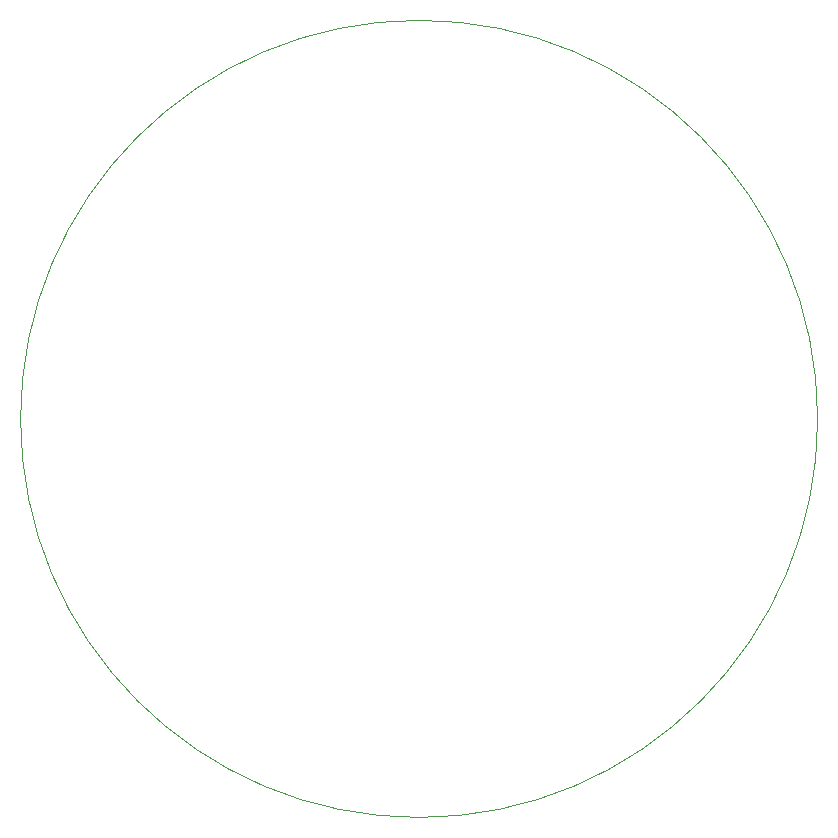
<source format=gbr>
G04 (created by PCBNEW (2013-08-23 BZR 4296)-product) date 9/8/2013 11:51:00 PM*
%MOIN*%
G04 Gerber Fmt 3.4, Leading zero omitted, Abs format*
%FSLAX34Y34*%
G01*
G70*
G90*
G04 APERTURE LIST*
%ADD10C,0.005906*%
%ADD11C,0.003937*%
G04 APERTURE END LIST*
G54D10*
G54D11*
X67785Y-23000D02*
G75*
G03X67785Y-23000I-13285J0D01*
G74*
G01*
M02*

</source>
